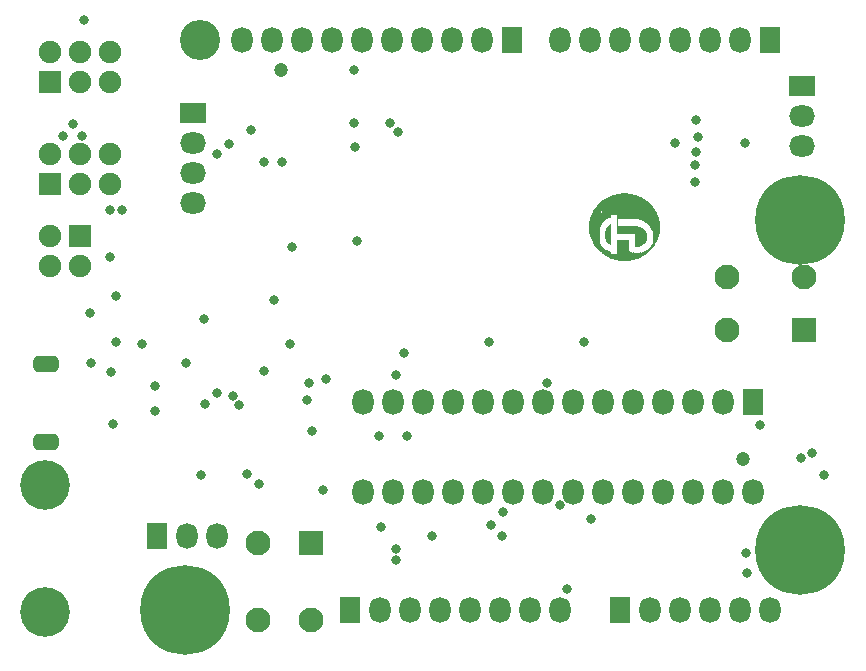
<source format=gbs>
G04*
G04 #@! TF.GenerationSoftware,Altium Limited,Altium Designer,20.1.7 (139)*
G04*
G04 Layer_Color=16711935*
%FSLAX44Y44*%
%MOMM*%
G71*
G04*
G04 #@! TF.SameCoordinates,5176B2A9-6DC6-4D15-A643-430D7AC4E40B*
G04*
G04*
G04 #@! TF.FilePolarity,Negative*
G04*
G01*
G75*
%ADD50R,2.1000X2.1000*%
%ADD60R,1.8000X2.2000*%
%ADD61O,1.8000X2.2000*%
%ADD62C,3.4000*%
%ADD63C,4.2000*%
%ADD64O,2.2000X1.8000*%
%ADD65R,2.2000X1.8000*%
%ADD66C,7.6000*%
%ADD67C,1.9000*%
%ADD68R,1.9000X1.9000*%
%ADD69C,2.1000*%
%ADD70R,2.1000X2.1000*%
G04:AMPARAMS|DCode=71|XSize=2.2mm|YSize=1.4mm|CornerRadius=0.46mm|HoleSize=0mm|Usage=FLASHONLY|Rotation=0.000|XOffset=0mm|YOffset=0mm|HoleType=Round|Shape=RoundedRectangle|*
%AMROUNDEDRECTD71*
21,1,2.2000,0.4800,0,0,0.0*
21,1,1.2800,1.4000,0,0,0.0*
1,1,0.9200,0.6400,-0.2400*
1,1,0.9200,-0.6400,-0.2400*
1,1,0.9200,-0.6400,0.2400*
1,1,0.9200,0.6400,0.2400*
%
%ADD71ROUNDEDRECTD71*%
%ADD72C,0.8000*%
%ADD73C,1.2000*%
G36*
X514770Y378054D02*
X517230D01*
Y377439D01*
X518767D01*
Y377746D01*
X519074D01*
Y377131D01*
X520611D01*
Y376824D01*
X521841D01*
Y376516D01*
X522456D01*
Y376209D01*
X522763D01*
Y375901D01*
X523378D01*
Y376209D01*
X523686D01*
Y375594D01*
X524608D01*
Y375287D01*
X525223D01*
Y374979D01*
X526145D01*
Y374672D01*
X526760D01*
Y374057D01*
X527682D01*
Y373750D01*
X527990D01*
Y373442D01*
X528605D01*
Y373135D01*
X529219D01*
Y372520D01*
X529834D01*
Y372212D01*
X530142D01*
Y371905D01*
X531064D01*
Y371598D01*
X531371D01*
Y371290D01*
X531679D01*
Y370983D01*
X531986D01*
Y370675D01*
X532294D01*
Y370368D01*
X532601D01*
Y370060D01*
X532909D01*
Y369753D01*
X533216D01*
Y369446D01*
X533523D01*
Y369138D01*
X533831D01*
Y368831D01*
X534138D01*
Y368523D01*
X534446D01*
Y368216D01*
X534753D01*
Y367908D01*
X535060D01*
Y367601D01*
X535368D01*
Y367294D01*
X535675D01*
Y366679D01*
X535983D01*
Y366064D01*
X536598D01*
Y365756D01*
X536905D01*
Y365142D01*
X537212D01*
Y364527D01*
X537520D01*
Y363912D01*
X537827D01*
Y363297D01*
X538135D01*
Y362990D01*
X538442D01*
Y362375D01*
X538750D01*
Y362067D01*
X539057D01*
Y361145D01*
X539364D01*
Y360223D01*
X539672D01*
Y359915D01*
X539979D01*
Y358993D01*
X540287D01*
Y358071D01*
X540594D01*
Y356534D01*
X540901D01*
Y355304D01*
X541209D01*
Y354996D01*
X541516D01*
Y352845D01*
X541824D01*
Y346389D01*
X541516D01*
Y344237D01*
X541209D01*
Y343929D01*
X540901D01*
Y342700D01*
X540594D01*
Y341162D01*
X540287D01*
Y339933D01*
X539979D01*
Y339318D01*
X539672D01*
Y339010D01*
X539364D01*
Y338088D01*
X539057D01*
Y337166D01*
X538750D01*
Y336858D01*
X538442D01*
Y336244D01*
X538135D01*
Y335936D01*
X537827D01*
Y335321D01*
X537520D01*
Y334706D01*
X537212D01*
Y334092D01*
X536905D01*
Y333477D01*
X536598D01*
Y333169D01*
X535983D01*
Y332555D01*
X535675D01*
Y331940D01*
X535368D01*
Y331632D01*
X535060D01*
Y331325D01*
X534753D01*
Y331017D01*
X534446D01*
Y330710D01*
X534138D01*
Y330402D01*
X533831D01*
Y330095D01*
X533523D01*
Y329788D01*
X533216D01*
Y329480D01*
X532909D01*
Y329173D01*
X532601D01*
Y328865D01*
X532294D01*
Y328558D01*
X531986D01*
Y328251D01*
X531679D01*
Y327943D01*
X531371D01*
Y327636D01*
X531064D01*
Y327328D01*
X530142D01*
Y327021D01*
X529834D01*
Y326406D01*
X529527D01*
Y326099D01*
X528605D01*
Y325791D01*
X528297D01*
Y325484D01*
X527682D01*
Y325176D01*
X526760D01*
Y324561D01*
X526452D01*
Y324869D01*
X526145D01*
Y324254D01*
X525223D01*
Y323946D01*
X524608D01*
Y323639D01*
X523686D01*
Y323024D01*
X523378D01*
Y323332D01*
X523071D01*
Y322717D01*
X521841D01*
Y322409D01*
X520611D01*
Y322102D01*
X519074D01*
Y321487D01*
X518767D01*
Y321795D01*
X517845D01*
Y321487D01*
X517537D01*
Y321180D01*
X514770D01*
Y320872D01*
X508314D01*
Y321180D01*
X505855D01*
Y321487D01*
X505547D01*
Y321795D01*
X504625D01*
Y321487D01*
X504318D01*
Y322102D01*
X502781D01*
Y322409D01*
X501551D01*
Y322717D01*
X500321D01*
Y323024D01*
X499706D01*
Y323639D01*
X498784D01*
Y323946D01*
X498169D01*
Y324254D01*
X497247D01*
Y324561D01*
X496632D01*
Y325176D01*
X495710D01*
Y325484D01*
X495095D01*
Y325791D01*
X494480D01*
Y326099D01*
X494173D01*
Y326713D01*
X493251D01*
Y327021D01*
X492943D01*
Y327328D01*
X492636D01*
Y327636D01*
X492328D01*
Y328251D01*
X492021D01*
Y328558D01*
X491406D01*
Y328865D01*
X490791D01*
Y329173D01*
X490484D01*
Y329480D01*
X490176D01*
Y329788D01*
X489869D01*
Y330095D01*
X489561D01*
Y330402D01*
X489254D01*
Y330710D01*
X488946D01*
Y331017D01*
X488639D01*
Y331325D01*
X488332D01*
Y331632D01*
X488024D01*
Y331940D01*
X487717D01*
Y332555D01*
X487409D01*
Y332862D01*
X487102D01*
Y333169D01*
X486795D01*
Y333477D01*
X486487D01*
Y334092D01*
X486180D01*
Y334706D01*
X485872D01*
Y335321D01*
X485257D01*
Y336244D01*
X484950D01*
Y336858D01*
X484643D01*
Y337781D01*
X484335D01*
Y338396D01*
X483720D01*
Y339318D01*
X483413D01*
Y340240D01*
X483105D01*
Y341162D01*
X482798D01*
Y342392D01*
X482491D01*
Y342700D01*
X482183D01*
Y344237D01*
X481876D01*
Y346696D01*
X481261D01*
Y352537D01*
X481876D01*
Y354996D01*
X482183D01*
Y356534D01*
X482491D01*
Y356841D01*
X482798D01*
Y358071D01*
X483105D01*
Y358993D01*
X483413D01*
Y359915D01*
X483720D01*
Y360838D01*
X484335D01*
Y361452D01*
X484643D01*
Y362375D01*
X484950D01*
Y362990D01*
X485257D01*
Y363912D01*
X485872D01*
Y364219D01*
X486180D01*
Y365142D01*
X486487D01*
Y365756D01*
X486795D01*
Y366064D01*
X487102D01*
Y366371D01*
X487409D01*
Y366679D01*
X487717D01*
Y366986D01*
X488024D01*
Y367601D01*
X488332D01*
Y367908D01*
X488639D01*
Y368216D01*
X488946D01*
Y368523D01*
X489254D01*
Y368831D01*
X489561D01*
Y369138D01*
X489869D01*
Y369446D01*
X490176D01*
Y369753D01*
X490484D01*
Y370060D01*
X490791D01*
Y370368D01*
X491099D01*
Y370675D01*
X491406D01*
Y370983D01*
X491713D01*
Y371290D01*
X492021D01*
Y371598D01*
X492636D01*
Y371905D01*
X492943D01*
Y372212D01*
X493251D01*
Y372520D01*
X494173D01*
Y373135D01*
X494480D01*
Y373442D01*
X495402D01*
Y373750D01*
X495710D01*
Y374057D01*
X496632D01*
Y374672D01*
X497247D01*
Y374979D01*
X498169D01*
Y375287D01*
X498784D01*
Y375594D01*
X499706D01*
Y376209D01*
X500014D01*
Y375901D01*
X500629D01*
Y376516D01*
X501858D01*
Y376824D01*
X503088D01*
Y377131D01*
X504318D01*
Y377746D01*
X504625D01*
Y377439D01*
X505855D01*
Y377746D01*
X506162D01*
Y378054D01*
X508929D01*
Y378361D01*
X514770D01*
Y378054D01*
D02*
G37*
%LPC*%
G36*
X513541Y375594D02*
X512618D01*
Y374979D01*
X513233D01*
Y375287D01*
X513541D01*
Y375594D01*
D02*
G37*
G36*
X492328Y362990D02*
X492021D01*
Y361760D01*
X492943D01*
Y362682D01*
X492328D01*
Y362990D01*
D02*
G37*
G36*
X505240Y359915D02*
X500014D01*
Y357149D01*
X499706D01*
Y357456D01*
X497862D01*
Y356841D01*
X496940D01*
Y356534D01*
X496325D01*
Y356226D01*
X495710D01*
Y355611D01*
X495402D01*
Y355304D01*
X494788D01*
Y354996D01*
X494480D01*
Y354689D01*
X494173D01*
Y354074D01*
X493865D01*
Y353767D01*
X493251D01*
Y353459D01*
X492943D01*
Y352537D01*
X492636D01*
Y352230D01*
X492328D01*
Y351615D01*
X492021D01*
Y351307D01*
X491713D01*
Y350693D01*
X491406D01*
Y349463D01*
X491099D01*
Y348848D01*
X490791D01*
Y336551D01*
X491099D01*
Y335321D01*
X491406D01*
Y335014D01*
X491713D01*
Y334399D01*
X492021D01*
Y334092D01*
X492328D01*
Y333477D01*
X492636D01*
Y333169D01*
X492943D01*
Y332862D01*
X493251D01*
Y332555D01*
X493558D01*
Y332247D01*
X493865D01*
Y331940D01*
X494173D01*
Y331632D01*
X494480D01*
Y331017D01*
X494788D01*
Y331325D01*
X495095D01*
Y331017D01*
X495402D01*
Y330710D01*
X495710D01*
Y330402D01*
X496325D01*
Y330095D01*
X497247D01*
Y329480D01*
X497862D01*
Y329788D01*
X498169D01*
Y329480D01*
X498477D01*
Y329173D01*
X499399D01*
Y328865D01*
X500014D01*
Y327328D01*
X505240D01*
Y338703D01*
X515385D01*
Y329173D01*
X516000D01*
Y328865D01*
X516922D01*
Y328558D01*
X517845D01*
Y328251D01*
X518152D01*
Y327943D01*
X519074D01*
Y328251D01*
X519382D01*
Y327636D01*
X524915D01*
Y328251D01*
X525223D01*
Y327943D01*
X526452D01*
Y328558D01*
X527682D01*
Y328865D01*
X528297D01*
Y329173D01*
X529219D01*
Y329788D01*
X529527D01*
Y329480D01*
X529834D01*
Y330095D01*
X530756D01*
Y330402D01*
X531064D01*
Y330710D01*
X531371D01*
Y331017D01*
X531679D01*
Y331325D01*
X531986D01*
Y331632D01*
X532294D01*
Y331940D01*
X532909D01*
Y332555D01*
X533216D01*
Y332862D01*
X533523D01*
Y333169D01*
X533831D01*
Y333477D01*
X534138D01*
Y333784D01*
X534446D01*
Y334706D01*
X535060D01*
Y335629D01*
X535368D01*
Y346389D01*
X535060D01*
Y347311D01*
X534446D01*
Y347926D01*
X534138D01*
Y348541D01*
X533831D01*
Y349156D01*
X533523D01*
Y349463D01*
X533216D01*
Y349770D01*
X532909D01*
Y350385D01*
X532601D01*
Y350693D01*
X532294D01*
Y351000D01*
X531986D01*
Y351307D01*
X531679D01*
Y351615D01*
X531371D01*
Y351922D01*
X531064D01*
Y352230D01*
X530756D01*
Y352537D01*
X530449D01*
Y353152D01*
X529527D01*
Y353459D01*
X529219D01*
Y353767D01*
X528912D01*
Y354382D01*
X528297D01*
Y354074D01*
X527990D01*
Y354689D01*
X527375D01*
Y354996D01*
X526452D01*
Y355304D01*
X525838D01*
Y355919D01*
X524300D01*
Y356226D01*
X506162D01*
Y351307D01*
X506470D01*
Y350693D01*
X510466D01*
Y351000D01*
X518459D01*
Y350693D01*
X521841D01*
Y350385D01*
X523378D01*
Y350078D01*
X524608D01*
Y349463D01*
X525530D01*
Y349156D01*
X526452D01*
Y348848D01*
X527067D01*
Y348541D01*
X527682D01*
Y348233D01*
X527990D01*
Y347618D01*
X528297D01*
Y347311D01*
X528605D01*
Y347004D01*
X529219D01*
Y346696D01*
X529527D01*
Y346081D01*
X529834D01*
Y345466D01*
X530142D01*
Y344544D01*
X530449D01*
Y344237D01*
X530756D01*
Y343007D01*
X531064D01*
Y339625D01*
X530756D01*
Y338088D01*
X530142D01*
Y337781D01*
X529834D01*
Y337166D01*
X529527D01*
Y336551D01*
X529219D01*
Y336244D01*
X528912D01*
Y335936D01*
X528605D01*
Y335321D01*
X528297D01*
Y335014D01*
X527682D01*
Y334706D01*
X527375D01*
Y334399D01*
X526452D01*
Y333784D01*
X525530D01*
Y333477D01*
X524915D01*
Y333169D01*
X523686D01*
Y332862D01*
X521841D01*
Y333169D01*
X520611D01*
Y344237D01*
X505240D01*
Y359915D01*
D02*
G37*
%LPD*%
G36*
X500014Y334706D02*
X499092D01*
Y335014D01*
X498477D01*
Y335321D01*
X497555D01*
Y335629D01*
X497247D01*
Y336244D01*
X496940D01*
Y336858D01*
X496632D01*
Y337166D01*
X496325D01*
Y337473D01*
X496017D01*
Y338088D01*
X495710D01*
Y339318D01*
X495402D01*
Y340855D01*
X495095D01*
Y345159D01*
X495402D01*
Y346696D01*
X495710D01*
Y347618D01*
X496017D01*
Y348541D01*
X496632D01*
Y349463D01*
X496940D01*
Y349770D01*
X497247D01*
Y350385D01*
X497555D01*
Y350693D01*
X498477D01*
Y351307D01*
X498784D01*
Y351615D01*
X499399D01*
Y351922D01*
X500014D01*
Y334706D01*
D02*
G37*
D50*
X246300Y81900D02*
D03*
D60*
X416560Y508000D02*
D03*
X279400Y25400D02*
D03*
X635000Y508000D02*
D03*
X508000Y25400D02*
D03*
X116200Y88000D02*
D03*
X620650Y201930D02*
D03*
D61*
X187960Y508000D02*
D03*
X213360D02*
D03*
X238760D02*
D03*
X264160D02*
D03*
X289560D02*
D03*
X314960D02*
D03*
X340360D02*
D03*
X365760D02*
D03*
X391160D02*
D03*
X431800Y25400D02*
D03*
X330200D02*
D03*
X381000D02*
D03*
X406400D02*
D03*
X355600D02*
D03*
X304800D02*
D03*
X457200D02*
D03*
X482600Y508000D02*
D03*
X584200D02*
D03*
X533400D02*
D03*
X508000D02*
D03*
X558800D02*
D03*
X609600D02*
D03*
X457200D02*
D03*
X533400Y25400D02*
D03*
X584200D02*
D03*
X635000D02*
D03*
X609600D02*
D03*
X558800D02*
D03*
X167000Y88000D02*
D03*
X141600D02*
D03*
X595250Y201930D02*
D03*
X569850D02*
D03*
X544450D02*
D03*
X519050D02*
D03*
X493650D02*
D03*
X468250D02*
D03*
X442850D02*
D03*
X417450D02*
D03*
X392050D02*
D03*
X366650D02*
D03*
X341250D02*
D03*
X315850D02*
D03*
X290450D02*
D03*
X620650Y125730D02*
D03*
X595250D02*
D03*
X569850D02*
D03*
X544450D02*
D03*
X519050D02*
D03*
X493650D02*
D03*
X468250D02*
D03*
X442850D02*
D03*
X417450D02*
D03*
X392050D02*
D03*
X366650D02*
D03*
X341250D02*
D03*
X315850D02*
D03*
X290450D02*
D03*
D62*
X152400Y508000D02*
D03*
D63*
X21336Y23876D02*
D03*
Y131572D02*
D03*
D64*
X146000Y395200D02*
D03*
Y369800D02*
D03*
Y420600D02*
D03*
X662000Y418200D02*
D03*
Y443600D02*
D03*
D65*
X146000Y446000D02*
D03*
X662000Y469000D02*
D03*
D66*
X139700Y25400D02*
D03*
X660400Y76200D02*
D03*
Y355600D02*
D03*
D67*
X76200Y497840D02*
D03*
X50800D02*
D03*
X25400D02*
D03*
X76200Y472440D02*
D03*
X50800D02*
D03*
X76200Y411480D02*
D03*
X50800D02*
D03*
X25400D02*
D03*
X76200Y386080D02*
D03*
X50800D02*
D03*
X25400Y342000D02*
D03*
X50800Y316600D02*
D03*
X25400D02*
D03*
D68*
Y472440D02*
D03*
Y386080D02*
D03*
X50800Y342000D02*
D03*
D69*
X598424Y262848D02*
D03*
Y307848D02*
D03*
X663424D02*
D03*
X246300Y16900D02*
D03*
X201300D02*
D03*
Y81900D02*
D03*
D70*
X663424Y262848D02*
D03*
D71*
X21995Y234000D02*
D03*
Y168000D02*
D03*
D72*
X155448Y272288D02*
D03*
X103378Y250937D02*
D03*
X572000Y440000D02*
D03*
X573500Y426000D02*
D03*
X283000Y438000D02*
D03*
X283210Y417576D02*
D03*
X477000Y252000D02*
D03*
X397000D02*
D03*
X318500Y224500D02*
D03*
X325000Y243000D02*
D03*
X305500Y96000D02*
D03*
X285500Y337500D02*
D03*
X258654Y221500D02*
D03*
X282500Y483000D02*
D03*
X247000Y177000D02*
D03*
X626000Y182000D02*
D03*
X320000Y430000D02*
D03*
X614000Y420500D02*
D03*
X572500Y413000D02*
D03*
X571000Y387500D02*
D03*
X614500Y73750D02*
D03*
X615000Y56750D02*
D03*
X399000Y97750D02*
D03*
X407750Y88500D02*
D03*
X318000Y68000D02*
D03*
X45000Y437000D02*
D03*
X52000Y427000D02*
D03*
X36000D02*
D03*
X206000Y405000D02*
D03*
X185000Y199000D02*
D03*
X313000Y438000D02*
D03*
X554000Y421000D02*
D03*
X446000Y218000D02*
D03*
X222000Y405000D02*
D03*
X195000Y432000D02*
D03*
X86000Y364000D02*
D03*
X76000Y324000D02*
D03*
Y364000D02*
D03*
X59000Y277000D02*
D03*
X571500Y402000D02*
D03*
X243000Y203000D02*
D03*
X349000Y88000D02*
D03*
X408750Y108750D02*
D03*
X456750Y114750D02*
D03*
X483250Y102250D02*
D03*
X54000Y525000D02*
D03*
X177000Y420000D02*
D03*
X167000Y412000D02*
D03*
X202000Y132000D02*
D03*
X256000Y127000D02*
D03*
X59690Y234442D02*
D03*
X77237Y226702D02*
D03*
X192024Y140716D02*
D03*
X318000Y77000D02*
D03*
X680214Y139954D02*
D03*
X661130Y154061D02*
D03*
X462534Y43180D02*
D03*
X81280Y291084D02*
D03*
X80772Y252476D02*
D03*
X230361Y332977D02*
D03*
X140716Y234950D02*
D03*
X205994Y227584D02*
D03*
X179832Y206502D02*
D03*
X228346Y250952D02*
D03*
X214630Y288036D02*
D03*
X153162Y139700D02*
D03*
X78232Y182626D02*
D03*
X244602Y217424D02*
D03*
X156700Y200000D02*
D03*
X166240Y208836D02*
D03*
X114118Y193783D02*
D03*
X114074Y215411D02*
D03*
X670560Y158750D02*
D03*
X327660Y172974D02*
D03*
X303530D02*
D03*
D73*
X220500Y482500D02*
D03*
X612000Y153000D02*
D03*
M02*

</source>
